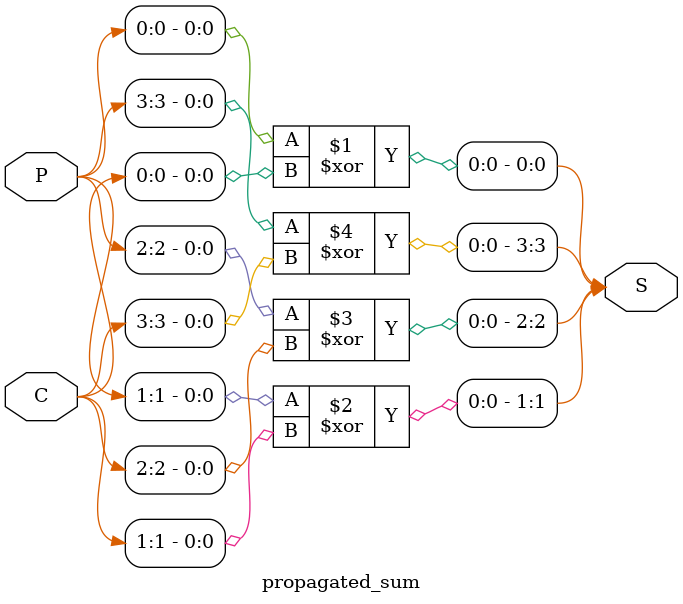
<source format=v>
(* DONT_TOUCH = "true" *)
module propagated_sum(
    input  [3:0] P, // 4-bit input carry propagate
    input  [3:0] C, // 4-bit input carry (4 LSB)
    output [3:0] S  // 4-bit output sum
);
    
    // --- enter your code here
    assign S[0] = P[0] ^ C[0];
    assign S[1] = P[1] ^ C[1];
    assign S[2] = P[2] ^ C[2];
    assign S[3] = P[3] ^ C[3];
    
    // --- end your code here
endmodule

</source>
